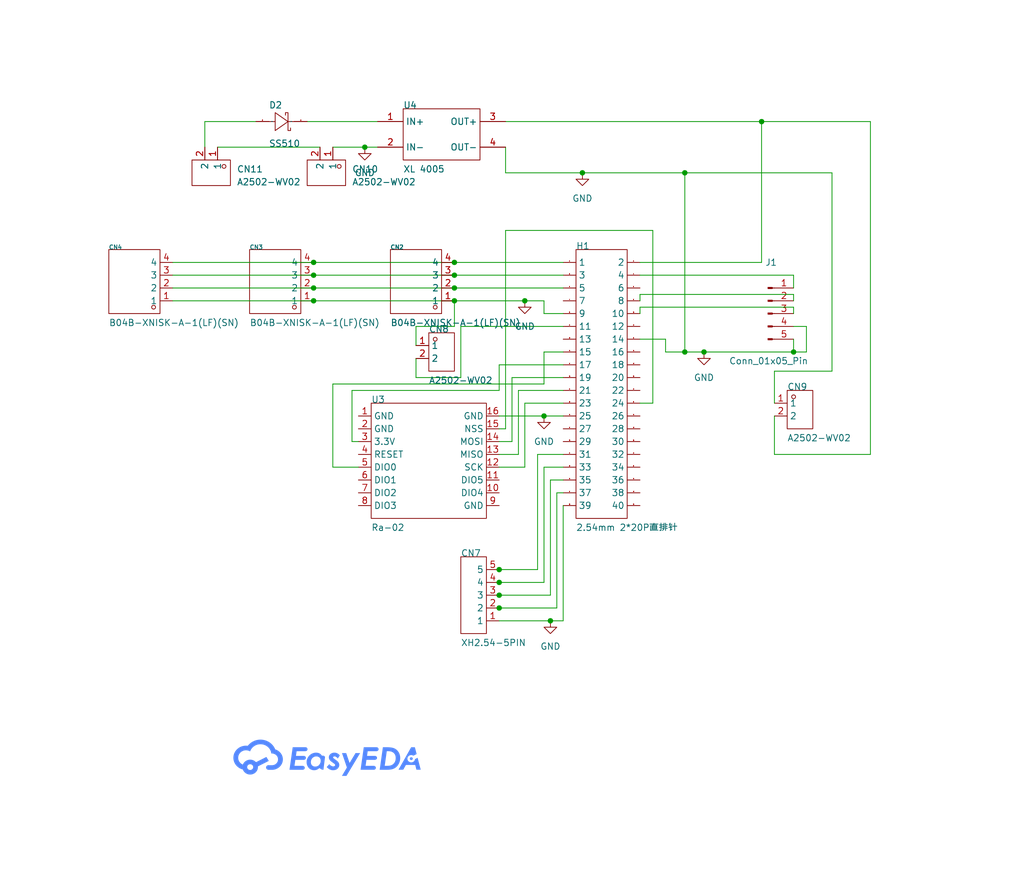
<source format=kicad_sch>
(kicad_sch (version 20250114) (generator "eeschema") (generator_version "9.0")
  (paper "User" 203.2 177.8)
  (lib_symbols
    (symbol "Connector:Conn_01x05_Pin" (pin_names (offset 1.016) (hide yes))
      (property "Reference" "J" (at 0 7.62 0))
      (property "Value" "Conn_01x05_Pin" (at 0 -7.62 0))
      (symbol "Conn_01x05_Pin_1_1"
        (pin passive line (at 5.08 5.08 180) (length 3.81) (name "Pin_1") (number "1"))
        (pin passive line (at 5.08 2.54 180) (length 3.81) (name "Pin_2") (number "2"))
        (pin passive line (at 5.08 0 180) (length 3.81) (name "Pin_3") (number "3"))
        (pin passive line (at 5.08 -2.54 180) (length 3.81) (name "Pin_4") (number "4"))
        (pin passive line (at 5.08 -5.08 180) (length 3.81) (name "Pin_5") (number "5"))
      )
    )
    (symbol "ProDoc_Boa-easyedapro:A2502-WV02"
      (property "Reference" "CN" (at 0 0 0))
      (symbol "A2502-WV02_1_0"
        (pin unspecified line (at -5.08 1.27 0) (length 2.54) (name "1") (number "1"))
        (pin unspecified line (at -5.08 -1.27 0) (length 2.54) (name "2") (number "2"))
      )
    )
    (symbol "ProDoc_Boa-easyedapro:B04B-XNISK-A-1 (LF)(SN)"
      (property "Reference" "CN" (at 0 0 0))
      (symbol "B04B-XNISK-A-1 (LF)(SN)_1_0"
        (pin input line (at -6.35 3.81 0) (length 2.54) (name "1") (number "1"))
        (pin input line (at -6.35 1.27 0) (length 2.54) (name "2") (number "2"))
        (pin input line (at -6.35 -1.27 0) (length 2.54) (name "3") (number "3"))
        (pin input line (at -6.35 -3.81 0) (length 2.54) (name "4") (number "4"))
      )
    )
    (symbol "ProDoc_Boa-easyedapro:Drawing-Symbol_A4")
    (symbol "ProDoc_Boa-easyedapro:Header-Male-2.54_2x20"
      (property "Reference" "H" (at 0 0 0))
      (symbol "Header-Male-2.54_2x20_1_0"
        (pin input line (at -7.62 24.13 0) (length 2.54) (name "1") (number "1"))
        (pin input line (at -7.62 21.59 0) (length 2.54) (name "3") (number "3"))
        (pin input line (at -7.62 19.05 0) (length 2.54) (name "5") (number "5"))
        (pin input line (at -7.62 16.51 0) (length 2.54) (name "7") (number "7"))
        (pin input line (at -7.62 13.97 0) (length 2.54) (name "9") (number "9"))
        (pin input line (at -7.62 11.43 0) (length 2.54) (name "11") (number "11"))
        (pin input line (at -7.62 8.89 0) (length 2.54) (name "13") (number "13"))
        (pin input line (at -7.62 6.35 0) (length 2.54) (name "15") (number "15"))
        (pin input line (at -7.62 3.81 0) (length 2.54) (name "17") (number "17"))
        (pin input line (at -7.62 1.27 0) (length 2.54) (name "19") (number "19"))
        (pin input line (at -7.62 -1.27 0) (length 2.54) (name "21") (number "21"))
        (pin input line (at -7.62 -3.81 0) (length 2.54) (name "23") (number "23"))
        (pin input line (at -7.62 -6.35 0) (length 2.54) (name "25") (number "25"))
        (pin input line (at -7.62 -8.89 0) (length 2.54) (name "27") (number "27"))
        (pin input line (at -7.62 -11.43 0) (length 2.54) (name "29") (number "29"))
        (pin input line (at -7.62 -13.97 0) (length 2.54) (name "31") (number "31"))
        (pin input line (at -7.62 -16.51 0) (length 2.54) (name "33") (number "33"))
        (pin input line (at -7.62 -19.05 0) (length 2.54) (name "35") (number "35"))
        (pin input line (at -7.62 -21.59 0) (length 2.54) (name "37") (number "37"))
        (pin input line (at -7.62 -24.13 0) (length 2.54) (name "39") (number "39"))
        (pin input line (at 7.62 24.13 180) (length 2.54) (name "2") (number "2"))
        (pin input line (at 7.62 21.59 180) (length 2.54) (name "4") (number "4"))
        (pin input line (at 7.62 19.05 180) (length 2.54) (name "6") (number "6"))
        (pin input line (at 7.62 16.51 180) (length 2.54) (name "8") (number "8"))
        (pin input line (at 7.62 13.97 180) (length 2.54) (name "10") (number "10"))
        (pin input line (at 7.62 11.43 180) (length 2.54) (name "12") (number "12"))
        (pin input line (at 7.62 8.89 180) (length 2.54) (name "14") (number "14"))
        (pin input line (at 7.62 6.35 180) (length 2.54) (name "16") (number "16"))
        (pin input line (at 7.62 3.81 180) (length 2.54) (name "18") (number "18"))
        (pin input line (at 7.62 1.27 180) (length 2.54) (name "20") (number "20"))
        (pin input line (at 7.62 -1.27 180) (length 2.54) (name "22") (number "22"))
        (pin input line (at 7.62 -3.81 180) (length 2.54) (name "24") (number "24"))
        (pin input line (at 7.62 -6.35 180) (length 2.54) (name "26") (number "26"))
        (pin input line (at 7.62 -8.89 180) (length 2.54) (name "28") (number "28"))
        (pin input line (at 7.62 -11.43 180) (length 2.54) (name "30") (number "30"))
        (pin input line (at 7.62 -13.97 180) (length 2.54) (name "32") (number "32"))
        (pin input line (at 7.62 -16.51 180) (length 2.54) (name "34") (number "34"))
        (pin input line (at 7.62 -19.05 180) (length 2.54) (name "36") (number "36"))
        (pin input line (at 7.62 -21.59 180) (length 2.54) (name "38") (number "38"))
        (pin input line (at 7.62 -24.13 180) (length 2.54) (name "40") (number "40"))
      )
    )
    (symbol "ProDoc_Boa-easyedapro:MINI5605V5A输出电源模块"
      (property "Reference" "U" (at 0 0 0))
      (symbol "MINI5605V5A输出电源模块_1_0"
        (pin unspecified line (at -12.7 2.54 0) (length 5.08) (name "IN+") (number "1"))
        (pin unspecified line (at -12.7 -2.54 0) (length 5.08) (name "IN-") (number "2"))
        (pin unspecified line (at 12.7 2.54 180) (length 5.08) (name "OUT+") (number "3"))
        (pin unspecified line (at 12.7 -2.54 180) (length 5.08) (name "OUT-") (number "4"))
      )
    )
    (symbol "ProDoc_Boa-easyedapro:RA-02"
      (property "Reference" "U" (at 0 0 0))
      (symbol "RA-02_1_0"
        (pin unspecified line (at -13.97 8.89 0) (length 2.54) (name "GND") (number "1"))
        (pin unspecified line (at -13.97 6.35 0) (length 2.54) (name "GND") (number "2"))
        (pin unspecified line (at -13.97 3.81 0) (length 2.54) (name "3.3V") (number "3"))
        (pin unspecified line (at -13.97 1.27 0) (length 2.54) (name "RESET") (number "4"))
        (pin unspecified line (at -13.97 -1.27 0) (length 2.54) (name "DIO0") (number "5"))
        (pin unspecified line (at -13.97 -3.81 0) (length 2.54) (name "DIO1") (number "6"))
        (pin unspecified line (at -13.97 -6.35 0) (length 2.54) (name "DIO2") (number "7"))
        (pin unspecified line (at -13.97 -8.89 0) (length 2.54) (name "DIO3") (number "8"))
        (pin unspecified line (at 13.97 8.89 180) (length 2.54) (name "GND") (number "16"))
        (pin unspecified line (at 13.97 6.35 180) (length 2.54) (name "NSS") (number "15"))
        (pin unspecified line (at 13.97 3.81 180) (length 2.54) (name "MOSI") (number "14"))
        (pin unspecified line (at 13.97 1.27 180) (length 2.54) (name "MISO") (number "13"))
        (pin unspecified line (at 13.97 -1.27 180) (length 2.54) (name "SCK") (number "12"))
        (pin unspecified line (at 13.97 -3.81 180) (length 2.54) (name "DIO5") (number "11"))
        (pin unspecified line (at 13.97 -6.35 180) (length 2.54) (name "DIO4") (number "10"))
        (pin unspecified line (at 13.97 -8.89 180) (length 2.54) (name "GND") (number "9"))
      )
    )
    (symbol "ProDoc_Boa-easyedapro:SS510_C908682"
      (property "Reference" "D" (at 0 0 0))
      (symbol "SS510_C908682_1_0"
        (pin unspecified line (at -5.08 0 0) (length 2.54) (name "K") (number "1"))
        (pin unspecified line (at 5.08 0 180) (length 2.54) (name "A") (number "2"))
      )
    )
    (symbol "ProDoc_Boa-easyedapro:XH2.54-5PIN"
      (property "Reference" "CN" (at 0 0 0))
      (symbol "XH2.54-5PIN_1_0"
        (pin unspecified line (at -5.08 5.08 0) (length 2.54) (name "1") (number "1"))
        (pin unspecified line (at -5.08 2.54 0) (length 2.54) (name "2") (number "2"))
        (pin unspecified line (at -5.08 0 0) (length 2.54) (name "3") (number "3"))
        (pin unspecified line (at -5.08 -2.54 0) (length 2.54) (name "4") (number "4"))
        (pin unspecified line (at -5.08 -5.08 0) (length 2.54) (name "5") (number "5"))
      )
    )
    (symbol "power:GND" (power) (pin_numbers (hide yes)) (pin_names (offset 0) (hide yes))
      (property "Value" "GND" (at 0 -3.81 0))
      (symbol "GND_1_1"
        (pin power_in line (at 0 0 270) (length 0) (name "~") (number "1"))
      )
    )
  )
  (junction (at 90.17 59.69))
  (junction (at 90.17 54.61))
  (junction (at 104.14 59.69))
  (junction (at 99.06 118.11))
  (junction (at 62.23 59.69))
  (junction (at 99.06 120.65))
  (junction (at 107.95 82.55))
  (junction (at 151.13 24.13))
  (junction (at 99.06 115.57))
  (junction (at 109.22 123.19))
  (junction (at 135.89 69.85))
  (junction (at 139.7 69.85))
  (junction (at 90.17 57.15))
  (junction (at 62.23 54.61))
  (junction (at 72.39 29.21))
  (junction (at 115.57 34.29))
  (junction (at 90.17 52.07))
  (junction (at 62.23 57.15))
  (junction (at 157.48 69.85))
  (junction (at 135.89 34.29))
  (junction (at 99.06 113.03))
  (junction (at 62.23 52.07))
  (wire (pts (xy 62.23 57.15) (xy 34.29 57.15)))
  (wire (pts (xy 127 58.42) (xy 157.48 58.42)))
  (wire (pts (xy 90.17 57.15) (xy 62.23 57.15)))
  (wire (pts (xy 104.14 80.01) (xy 111.76 80.01)))
  (wire (pts (xy 109.22 95.25) (xy 111.76 95.25)))
  (wire (pts (xy 101.6 87.63) (xy 101.6 74.93)))
  (wire (pts (xy 109.22 118.11) (xy 109.22 95.25)))
  (wire (pts (xy 99.0346 113.03) (xy 99.06 113.03)))
  (wire (pts (xy 102.87 77.47) (xy 111.76 77.47)))
  (wire (pts (xy 127 52.07) (xy 151.13 52.07)))
  (wire (pts (xy 99.06 123.19) (xy 109.22 123.19)))
  (wire (pts (xy 139.7 69.85) (xy 135.89 69.85)))
  (wire (pts (xy 66.04 92.71) (xy 71.12 92.71)))
  (wire (pts (xy 160.02 64.77) (xy 160.02 69.85)))
  (wire (pts (xy 62.23 52.07) (xy 34.29 52.07)))
  (wire (pts (xy 90.17 52.07) (xy 111.76 52.07)))
  (wire (pts (xy 111.76 54.61) (xy 90.17 54.61)))
  (wire (pts (xy 101.6 87.63) (xy 99.06 87.63)))
  (wire (pts (xy 69.85 87.63) (xy 71.12 87.63)))
  (wire (pts (xy 66.04 29.21) (xy 72.39 29.21)))
  (wire (pts (xy 100.33 34.29) (xy 100.33 29.21)))
  (wire (pts (xy 127 60.96) (xy 127 62.23)))
  (wire (pts (xy 127 60.96) (xy 157.48 60.96)))
  (wire (pts (xy 157.48 67.31) (xy 157.48 69.85)))
  (wire (pts (xy 160.02 69.85) (xy 157.48 69.85)))
  (wire (pts (xy 82.55 64.77) (xy 82.55 68.58)))
  (wire (pts (xy 104.14 92.71) (xy 99.06 92.71)))
  (wire (pts (xy 111.76 69.85) (xy 107.95 69.85)))
  (wire (pts (xy 90.17 64.77) (xy 82.55 64.77)))
  (wire (pts (xy 106.68 90.17) (xy 106.68 113.03)))
  (wire (pts (xy 102.87 90.17) (xy 99.06 90.17)))
  (wire (pts (xy 99.0346 115.57) (xy 99.06 115.57)))
  (wire (pts (xy 107.95 62.23) (xy 107.95 59.69)))
  (wire (pts (xy 111.76 82.55) (xy 107.95 82.55)))
  (wire (pts (xy 157.48 57.15) (xy 157.48 54.61)))
  (wire (pts (xy 91.44 64.77) (xy 111.76 64.77)))
  (wire (pts (xy 127 54.61) (xy 157.48 54.61)))
  (wire (pts (xy 127 58.42) (xy 127 59.69)))
  (wire (pts (xy 132.08 69.85) (xy 135.89 69.85)))
  (wire (pts (xy 100.33 85.09) (xy 99.06 85.09)))
  (wire (pts (xy 102.87 77.47) (xy 102.87 90.17)))
  (wire (pts (xy 66.04 76.2) (xy 66.04 92.71)))
  (wire (pts (xy 90.17 54.61) (xy 62.23 54.61)))
  (wire (pts (xy 110.49 97.79) (xy 111.76 97.79)))
  (wire (pts (xy 151.13 24.13) (xy 100.33 24.13)))
  (wire (pts (xy 157.48 64.77) (xy 160.02 64.77)))
  (wire (pts (xy 62.23 59.69) (xy 34.29 59.69)))
  (wire (pts (xy 107.95 115.57) (xy 107.95 92.71)))
  (wire (pts (xy 127 67.31) (xy 132.08 67.31)))
  (wire (pts (xy 153.67 90.17) (xy 153.67 82.55)))
  (wire (pts (xy 107.95 69.85) (xy 107.95 76.2)))
  (wire (pts (xy 151.13 52.07) (xy 151.13 24.13)))
  (wire (pts (xy 127 80.01) (xy 129.54 80.01)))
  (wire (pts (xy 40.64 29.21) (xy 40.64 24.13)))
  (wire (pts (xy 172.72 24.13) (xy 172.72 90.17)))
  (wire (pts (xy 90.17 59.69) (xy 90.17 64.77)))
  (wire (pts (xy 129.54 45.72) (xy 100.33 45.72)))
  (wire (pts (xy 157.48 60.96) (xy 157.48 62.23)))
  (wire (pts (xy 107.95 92.71) (xy 111.76 92.71)))
  (wire (pts (xy 43.18 29.21) (xy 63.5 29.21)))
  (wire (pts (xy 129.54 80.01) (xy 129.54 45.72)))
  (wire (pts (xy 135.89 34.29) (xy 165.1 34.29)))
  (wire (pts (xy 99.0346 118.11) (xy 99.06 118.11)))
  (wire (pts (xy 104.14 92.71) (xy 104.14 80.01)))
  (wire (pts (xy 132.08 67.31) (xy 132.08 69.85)))
  (wire (pts (xy 99.06 120.65) (xy 110.49 120.65)))
  (wire (pts (xy 135.89 34.29) (xy 115.57 34.29)))
  (wire (pts (xy 40.64 24.13) (xy 50.8 24.13)))
  (wire (pts (xy 110.49 120.65) (xy 110.49 97.79)))
  (wire (pts (xy 82.55 71.12) (xy 82.55 74.93)))
  (wire (pts (xy 90.17 59.69) (xy 62.23 59.69)))
  (wire (pts (xy 69.85 77.47) (xy 99.06 77.47)))
  (wire (pts (xy 115.57 34.29) (xy 100.33 34.29)))
  (wire (pts (xy 111.76 57.15) (xy 90.17 57.15)))
  (wire (pts (xy 107.95 59.69) (xy 104.14 59.69)))
  (wire (pts (xy 99.06 113.03) (xy 106.68 113.03)))
  (wire (pts (xy 99.06 77.47) (xy 99.06 72.39)))
  (wire (pts (xy 153.67 73.66) (xy 153.67 80.01)))
  (wire (pts (xy 99.06 118.11) (xy 109.22 118.11)))
  (wire (pts (xy 104.14 59.69) (xy 90.17 59.69)))
  (wire (pts (xy 157.48 69.85) (xy 139.7 69.85)))
  (wire (pts (xy 111.76 123.19) (xy 111.76 100.33)))
  (wire (pts (xy 111.76 62.23) (xy 107.95 62.23)))
  (wire (pts (xy 109.22 123.19) (xy 111.76 123.19)))
  (wire (pts (xy 106.68 90.17) (xy 111.76 90.17)))
  (wire (pts (xy 90.17 52.07) (xy 62.23 52.07)))
  (wire (pts (xy 72.39 29.21) (xy 74.93 29.21)))
  (wire (pts (xy 69.85 87.63) (xy 69.85 77.47)))
  (wire (pts (xy 62.23 54.61) (xy 34.29 54.61)))
  (wire (pts (xy 107.95 76.2) (xy 66.04 76.2)))
  (wire (pts (xy 100.33 85.09) (xy 100.33 45.72)))
  (wire (pts (xy 91.44 64.77) (xy 91.44 74.93)))
  (wire (pts (xy 101.6 74.93) (xy 111.76 74.93)))
  (wire (pts (xy 172.72 24.13) (xy 151.13 24.13)))
  (wire (pts (xy 60.96 24.13) (xy 74.93 24.13)))
  (wire (pts (xy 165.1 34.29) (xy 165.1 73.66)))
  (wire (pts (xy 99.0346 120.65) (xy 99.06 120.65)))
  (wire (pts (xy 82.55 74.93) (xy 91.44 74.93)))
  (wire (pts (xy 172.72 90.17) (xy 153.67 90.17)))
  (wire (pts (xy 157.48 58.42) (xy 157.48 59.69)))
  (wire (pts (xy 107.95 82.55) (xy 99.06 82.55)))
  (wire (pts (xy 99.06 115.57) (xy 107.95 115.57)))
  (wire (pts (xy 135.89 69.85) (xy 135.89 34.29)))
  (wire (pts (xy 111.76 72.39) (xy 99.06 72.39)))
  (wire (pts (xy 165.1 73.66) (xy 153.67 73.66)))
  (symbol (lib_id "power:GND") (at 107.95 82.55 0) (unit 1)
    (property "Reference" "#PWR03" (effects (hide yes)))
    (property "Value" "GND" (at 107.95 87.63 0))
    (property "Description" "Power symbol creates a global label with name \"GND\" , ground" (effects (hide yes)))
  )
  (symbol (lib_id "ProDoc_Boa-easyedapro:B04B-XNISK-A-1 (LF)(SN)") (at 83.82 55.88 180) (unit 1)
    (property "Reference" "CN2" (at 77.47 49.53 0) (effects (font (size 0.8382 0.8382)) (justify right top)))
    (property "Value" "B04B-XNISK-A-1(LF)(SN)" (at 77.47 64.77 0) (effects (justify right top)))
    (property "Footprint" "Connector_JST:JST_SH_BM04B-SRSS-TB_1x04-1MP_P1.00mm_Vertical" (effects (hide yes)))
    (property "Datasheet" "https://atta.szlcsc.com/upload/public/pdf/source/20180918/C274405_29654823F7BD1BD908653C870679B965.pdf" (effects (hide yes)))
    (property "Description" "Pins Structure:1x4P Pitch:2.5mm Mounting Style:- Reference Series:- Number of Pins:4P Number of Rows:1 Number of PINs Per Row:4 Row Spacing:- Contact Material:Copper Alloy" (effects (hide yes)))
    (property "Manufacturer Part" "B04B-XNISK-A-1(LF)(SN)" (effects (hide yes)))
    (property "Manufacturer" "JST" (effects (hide yes)))
    (property "Supplier Part" "C160768" (effects (hide yes)))
    (property "Supplier" "LCSC" (effects (hide yes)))
    (property "LCSC Part Name" "1x4P 间距:2.5mm" (effects (hide yes)))
  )
  (symbol (lib_id "ProDoc_Boa-easyedapro:A2502-WV02") (at 64.77 34.29 270) (unit 1)
    (property "Reference" "CN10" (at 69.85 34.29 90) (effects (justify left bottom)))
    (property "Value" "A2502-WV02" (at 69.85 36.83 90) (effects (justify left bottom)))
    (property "Footprint" "Connector_JST:JST_SH_BM02B-SRSS-TB_1x02-1MP_P1.00mm_Vertical" (effects (hide yes)))
    (property "Manufacturer Part" "A2502-WV02" (effects (hide yes)))
    (property "Supplier Part" "C9900002556" (effects (hide yes)))
    (property "Supplier" "LCSC" (effects (hide yes)))
    (property "LCSC Part Name" "A2502-WV02" (effects (hide yes)))
  )
  (symbol (lib_id "power:GND") (at 139.7 69.85 0) (unit 1)
    (property "Reference" "#PWR05" (effects (hide yes)))
    (property "Value" "GND" (at 139.7 74.93 0))
    (property "Description" "Power symbol creates a global label with name \"GND\" , ground" (effects (hide yes)))
  )
  (symbol (lib_id "ProDoc_Boa-easyedapro:A2502-WV02") (at 87.63 69.85 0) (unit 1)
    (property "Reference" "CN8" (at 85.09 66.04 0) (effects (justify left bottom)))
    (property "Value" "A2502-WV02" (at 85.09 76.2 0) (effects (justify left bottom)))
    (property "Footprint" "Connector_JST:JST_SH_BM02B-SRSS-TB_1x02-1MP_P1.00mm_Vertical" (effects (hide yes)))
    (property "Manufacturer Part" "A2502-WV02" (effects (hide yes)))
    (property "Supplier Part" "C9900002556" (effects (hide yes)))
    (property "Supplier" "LCSC" (effects (hide yes)))
    (property "LCSC Part Name" "A2502-WV02" (effects (hide yes)))
  )
  (symbol (lib_id "ProDoc_Boa-easyedapro:A2502-WV02") (at 158.75 81.28 0) (unit 1)
    (property "Reference" "CN9" (at 156.21 77.47 0) (effects (justify left bottom)))
    (property "Value" "A2502-WV02" (at 156.21 87.63 0) (effects (justify left bottom)))
    (property "Footprint" "Connector_JST:JST_SH_BM02B-SRSS-TB_1x02-1MP_P1.00mm_Vertical" (effects (hide yes)))
    (property "Manufacturer Part" "A2502-WV02" (effects (hide yes)))
    (property "Supplier Part" "C9900002556" (effects (hide yes)))
    (property "Supplier" "LCSC" (effects (hide yes)))
    (property "LCSC Part Name" "A2502-WV02" (effects (hide yes)))
  )
  (symbol (lib_id "ProDoc_Boa-easyedapro:RA-02") (at 85.09 91.44 0) (unit 1)
    (property "Reference" "U3" (at 73.66 80.01 0) (effects (justify left bottom)))
    (property "Value" "Ra-02" (at 73.66 105.41 0) (effects (justify left bottom)))
    (property "Footprint" "ProDoc_Board1_2025-09-03:WIRELM-SMD_RA-02-BL" (effects (hide yes)))
    (property "Datasheet" "https://atta.szlcsc.com/upload/public/pdf/source/20181018/C90039_B5D7ADB38ADA1100C85850A55553934D.pdf" (effects (hide yes)))
    (property "Description" "Output Power:20dBm Output Power:20dBm Support Interface:SPI Modulation System:LoRa；OOK；MSK；GFSK；FSK；GMSK Operating Voltage:3.3V Operating Voltage:3.3V Antenna Type:IPEX Interface Receive  Current:12.15mA Send  Current:105mA Sensitivity:-140dBm Sensitivity" (effects (hide yes)))
    (property "Manufacturer Part" "Ra-02" (effects (hide yes)))
    (property "Manufacturer" "Ai-Thinker(安信可)" (effects (hide yes)))
    (property "Supplier Part" "C90039" (effects (hide yes)))
    (property "Supplier" "LCSC" (effects (hide yes)))
    (property "LCSC Part Name" "433MHz LORA扩频无线模块 超远10KM SX1278" (effects (hide yes)))
  )
  (symbol (lib_id "power:GND") (at 115.57 34.29 0) (unit 1)
    (property "Reference" "#PWR01" (effects (hide yes)))
    (property "Value" "GND" (at 115.57 39.37 0))
    (property "Description" "Power symbol creates a global label with name \"GND\" , ground" (effects (hide yes)))
  )
  (symbol (lib_id "ProDoc_Boa-easyedapro:MINI5605V5A输出电源模块") (at 87.63 26.67 0) (unit 1)
    (property "Reference" "U4" (at 80.01 21.59 0) (effects (justify left bottom)))
    (property "Value" "XL 4005" (at 80.01 34.29 0) (effects (justify left bottom)))
    (property "Footprint" "ProDoc_Board1_2025-09-03:COMM-SMD_MINI5605V5A" (effects (hide yes)))
    (property "Manufacturer Part" "mini5605V5A输出电源模块" (effects (hide yes)))
    (property "Supplier Part" "C9900015474" (effects (hide yes)))
    (property "Supplier" "LCSC" (effects (hide yes)))
    (property "LCSC Part Name" "mini5605V5A输出电源模块" (effects (hide yes)))
  )
  (symbol (lib_id "ProDoc_Boa-easyedapro:Header-Male-2.54_2x20") (at 119.38 76.2 0) (unit 1)
    (property "Reference" "H1" (at 114.3 49.53 0) (effects (justify left bottom)))
    (property "Value" "2.54mm 2*20P直排针" (at 114.3 105.41 0) (effects (justify left bottom)))
    (property "Footprint" "ProDoc_Board1_2025-09-03:HDR-TH_40P-P2.54-V-M-R2-C20-S2.54" (effects (hide yes)))
    (property "Datasheet" "https://atta.szlcsc.com/upload/public/pdf/source/20151109/1457707572823.pdf" (effects (hide yes)))
    (property "Description" "Pin Structure:2x20P Pitch:2.54mm Row Spacing:2.54mm Circluar Pins/Square Pins:Policy Mounting Type:Straight Number of Rows:Double Row Number of Pins:40P Current Rating:3A Voltage Rating (Max):- Length of Mating Pin:6mm Insulation Height:- Length of End Co" (effects (hide yes)))
    (property "Manufacturer Part" "2.54mm 2*20P直排针" (effects (hide yes)))
    (property "Manufacturer" "BOOMELE(博穆精密)" (effects (hide yes)))
    (property "Supplier Part" "C50980" (effects (hide yes)))
    (property "Supplier" "LCSC" (effects (hide yes)))
    (property "LCSC Part Name" "2x20P 间距:2.54mm 方针 直插" (effects (hide yes)))
  )
  (symbol (lib_id "ProDoc_Boa-easyedapro:B04B-XNISK-A-1 (LF)(SN)") (at 27.94 55.88 180) (unit 1)
    (property "Reference" "CN4" (at 21.59 49.53 0) (effects (font (size 0.8382 0.8382)) (justify right top)))
    (property "Value" "B04B-XNISK-A-1(LF)(SN)" (at 21.59 64.77 0) (effects (justify right top)))
    (property "Footprint" "Connector_JST:JST_SH_BM04B-SRSS-TB_1x04-1MP_P1.00mm_Vertical" (effects (hide yes)))
    (property "Datasheet" "https://atta.szlcsc.com/upload/public/pdf/source/20180918/C274405_29654823F7BD1BD908653C870679B965.pdf" (effects (hide yes)))
    (property "Description" "Pins Structure:1x4P Pitch:2.5mm Mounting Style:- Reference Series:- Number of Pins:4P Number of Rows:1 Number of PINs Per Row:4 Row Spacing:- Contact Material:Copper Alloy" (effects (hide yes)))
    (property "Manufacturer Part" "B04B-XNISK-A-1(LF)(SN)" (effects (hide yes)))
    (property "Manufacturer" "JST" (effects (hide yes)))
    (property "Supplier Part" "C160768" (effects (hide yes)))
    (property "Supplier" "LCSC" (effects (hide yes)))
    (property "LCSC Part Name" "1x4P 间距:2.5mm" (effects (hide yes)))
  )
  (symbol (lib_id "power:GND") (at 72.39 29.21 0) (unit 1)
    (property "Reference" "#PWR06" (effects (hide yes)))
    (property "Value" "GND" (at 72.39 34.29 0))
    (property "Description" "Power symbol creates a global label with name \"GND\" , ground" (effects (hide yes)))
  )
  (symbol (lib_id "power:GND") (at 109.22 123.19 0) (unit 1)
    (property "Reference" "#PWR04" (effects (hide yes)))
    (property "Value" "GND" (at 109.22 128.27 0))
    (property "Description" "Power symbol creates a global label with name \"GND\" , ground" (effects (hide yes)))
  )
  (symbol (lib_id "ProDoc_Boa-easyedapro:A2502-WV02") (at 41.91 34.29 270) (unit 1)
    (property "Reference" "CN11" (at 46.99 34.29 90) (effects (justify left bottom)))
    (property "Value" "A2502-WV02" (at 46.99 36.83 90) (effects (justify left bottom)))
    (property "Footprint" "Connector_JST:JST_SH_BM02B-SRSS-TB_1x02-1MP_P1.00mm_Vertical" (effects (hide yes)))
    (property "Manufacturer Part" "A2502-WV02" (effects (hide yes)))
    (property "Supplier Part" "C9900002556" (effects (hide yes)))
    (property "Supplier" "LCSC" (effects (hide yes)))
    (property "LCSC Part Name" "A2502-WV02" (effects (hide yes)))
  )
  (symbol (lib_id "power:GND") (at 104.14 59.69 0) (unit 1)
    (property "Reference" "#PWR02" (effects (hide yes)))
    (property "Value" "GND" (at 104.14 64.77 0))
    (property "Description" "Power symbol creates a global label with name \"GND\" , ground" (effects (hide yes)))
  )
  (symbol (lib_id "ProDoc_Boa-easyedapro:Drawing-Symbol_A4") (at -78.74 157.48 0) (unit 1)
    (property "Reference" "1" (at -78.74 157.48 0))
    (property "Value" "~" (at -78.74 157.48 0))
    (property "@Board Name" "Board1" (effects (hide yes)))
    (property "@Create Date" "2025-07-01" (effects (hide yes)))
    (property "@Create Time" "05:06:12" (effects (hide yes)))
    (property "@Page Count" "1" (effects (hide yes)))
    (property "@Page Name" "P1" (effects (hide yes)))
    (property "@Page No" "1" (effects (hide yes)))
    (property "@Project Name" "RPI_cm5_Hat_for_Nano_B_ver_1" (effects (hide yes)))
    (property "@Schematic Name" "Schematic1" (effects (hide yes)))
    (property "@Update Date" "2025-07-01" (effects (hide yes)))
    (property "@Update Time" "15:08:24" (effects (hide yes)))
    (property "Blade Width" "10" (effects (hide yes)))
    (property "Border" "1" (effects (hide yes)))
    (property "Company" "EasyEDA.com" (effects (hide yes)))
    (property "Height" "825" (effects (hide yes)))
    (property "Page Size" "A4" (effects (hide yes)))
    (property "Region Start" "1" (effects (hide yes)))
    (property "Title Block" "1" (effects (hide yes)))
    (property "Title Block Position" "3" (effects (hide yes)))
    (property "Version" "V1.0" (effects (hide yes)))
    (property "Width" "1170" (effects (hide yes)))
    (property "X Region Count" "6" (effects (hide yes)))
    (property "Y Region Count" "4" (effects (hide yes)))
  )
  (symbol (lib_id "ProDoc_Boa-easyedapro:B04B-XNISK-A-1 (LF)(SN)") (at 55.88 55.88 180) (unit 1)
    (property "Reference" "CN3" (at 49.53 49.53 0) (effects (font (size 0.8382 0.8382)) (justify right top)))
    (property "Value" "B04B-XNISK-A-1(LF)(SN)" (at 49.53 64.77 0) (effects (justify right top)))
    (property "Footprint" "Connector_JST:JST_SH_BM04B-SRSS-TB_1x04-1MP_P1.00mm_Vertical" (effects (hide yes)))
    (property "Datasheet" "https://atta.szlcsc.com/upload/public/pdf/source/20180918/C274405_29654823F7BD1BD908653C870679B965.pdf" (effects (hide yes)))
    (property "Description" "Pins Structure:1x4P Pitch:2.5mm Mounting Style:- Reference Series:- Number of Pins:4P Number of Rows:1 Number of PINs Per Row:4 Row Spacing:- Contact Material:Copper Alloy" (effects (hide yes)))
    (property "Manufacturer Part" "B04B-XNISK-A-1(LF)(SN)" (effects (hide yes)))
    (property "Manufacturer" "JST" (effects (hide yes)))
    (property "Supplier Part" "C160768" (effects (hide yes)))
    (property "Supplier" "LCSC" (effects (hide yes)))
    (property "LCSC Part Name" "1x4P 间距:2.5mm" (effects (hide yes)))
  )
  (symbol (lib_id "ProDoc_Boa-easyedapro:XH2.54-5PIN") (at 93.98 118.11 180) (unit 1)
    (property "Reference" "CN7" (at 91.44 110.49 0) (effects (justify right top)))
    (property "Value" "XH2.54-5PIN" (at 91.44 128.27 0) (effects (justify right top)))
    (property "Footprint" "Connector_JST:JST_SH_BM05B-SRSS-TB_1x05-1MP_P1.00mm_Vertical" (effects (hide yes)))
    (property "Manufacturer Part" "XH2.54-5PIN" (effects (hide yes)))
    (property "Supplier Part" "C9900014918" (effects (hide yes)))
    (property "Supplier" "LCSC" (effects (hide yes)))
    (property "LCSC Part Name" "XH2.54-5PIN" (effects (hide yes)))
  )
  (symbol (lib_id "ProDoc_Boa-easyedapro:SS510_C908682") (at 55.88 24.13 180) (unit 1)
    (property "Reference" "D2" (at 53.34 21.59 0) (effects (justify right top)))
    (property "Value" "SS510" (at 53.34 29.21 0) (effects (justify right top)))
    (property "Footprint" "ProDoc_Board1_2025-09-03:SMA_L4.3-W2.6-LS5.0-RD" (effects (hide yes)))
    (property "Datasheet" "https://atta.szlcsc.com/upload/public/pdf/source/20240805/ACE1A522D503C292B423E4157182ACBE.pdf" (effects (hide yes)))
    (property "Description" "Diode Configuration:Independent Type Voltage - Forward(Vf@If):850mV@5A Voltage - DC Reverse(Vr):100V Current - Rectified:5A Reverse Leakage Current (Ir):20uA" (effects (hide yes)))
    (property "Manufacturer Part" "SS510" (effects (hide yes)))
    (property "Manufacturer" "GOODWORK(固得沃克)" (effects (hide yes)))
    (property "Supplier Part" "C908682" (effects (hide yes)))
    (property "Supplier" "LCSC" (effects (hide yes)))
    (property "LCSC Part Name" "电压:100V 电流:5A" (effects (hide yes)))
  )
  (symbol (lib_id "Connector:Conn_01x05_Pin") (at 152.4 62.23 0) (unit 1)
    (property "Reference" "J1" (at 153.035 52.07 0))
    (property "Value" "Conn_01x05_Pin" (at 152.527 71.628 0))
    (property "Footprint" "Connector_JST:JST_SH_BM05B-SRSS-TB_1x05-1MP_P1.00mm_Vertical" (effects (hide yes)))
    (property "Description" "Generic connector, single row, 01x05, script generated" (effects (hide yes)))
  )
)
</source>
